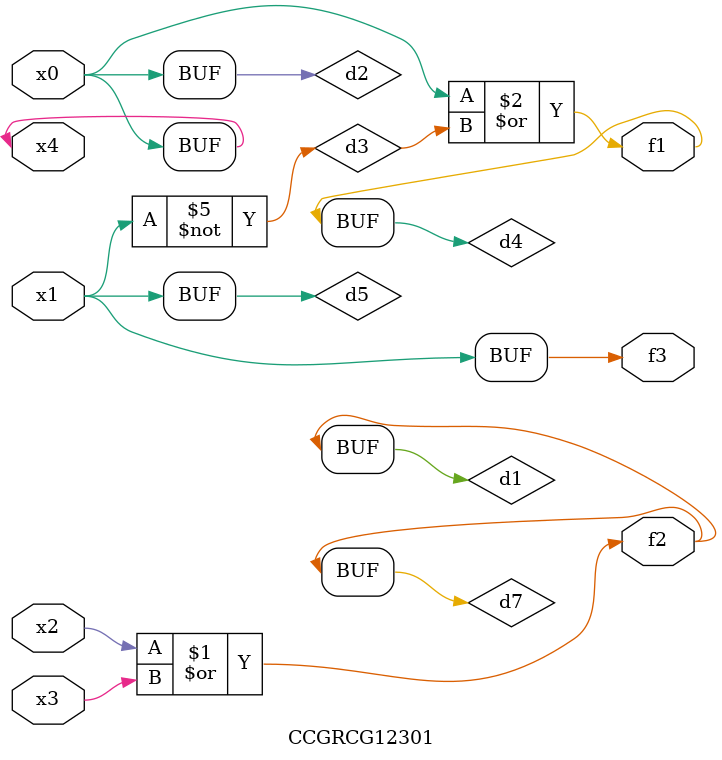
<source format=v>
module CCGRCG12301(
	input x0, x1, x2, x3, x4,
	output f1, f2, f3
);

	wire d1, d2, d3, d4, d5, d6, d7;

	or (d1, x2, x3);
	buf (d2, x0, x4);
	not (d3, x1);
	or (d4, d2, d3);
	not (d5, d3);
	nand (d6, d1, d3);
	or (d7, d1);
	assign f1 = d4;
	assign f2 = d7;
	assign f3 = d5;
endmodule

</source>
